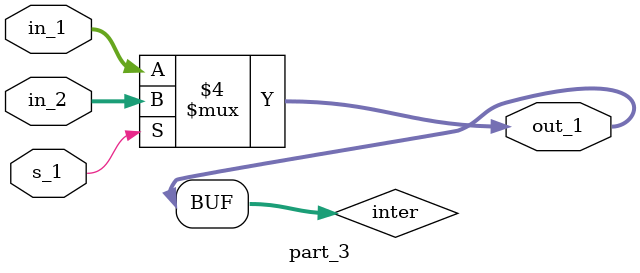
<source format=v>
`timescale 1ns / 1ps


module part_3(
    in_1,
    in_2,
    s_1,
    out_1
    );
 
    input wire [1:0]in_1;
    input wire [1:0]in_2;  
    input wire [0:0]s_1;
    output wire [1:0]out_1;
    reg [1:0]inter;
/*
    and(wire_1, in_1[0], !s_1);
    and(wire_2, in_2[0], s_1);
    or(out_1[0], wire_1, wire_2);
    
    and(wire_3, in_1[1], !s_1);
    and(wire_4, in_2[1], s_1);
    or(out_1[1], wire_3, wire_4);
    */
    assign out_1 = inter;
    always @ (*)
    begin
        if(s_1 == 0)
            inter = in_1;
        else
            inter = in_2;
    end
    
    
    
endmodule

</source>
